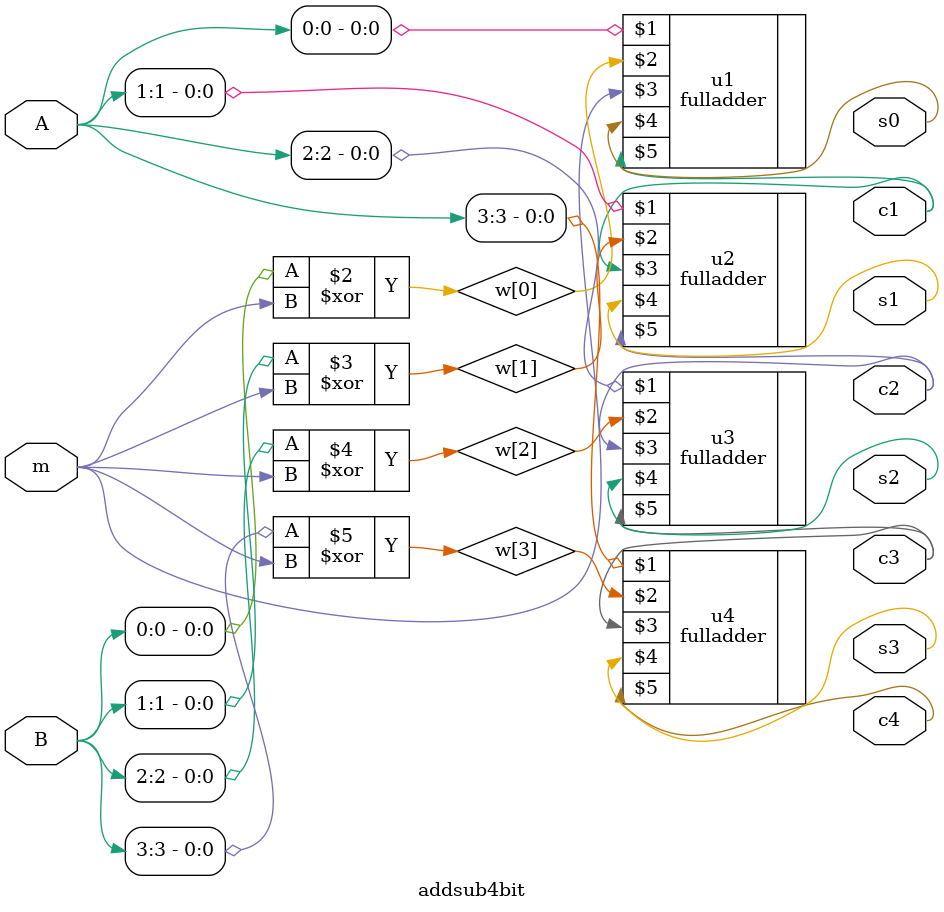
<source format=v>
module addsub4bit(A,B,m,s0,s1,s2,s3,c1,c2,c3,c4);

input [3:0] A, B;
input m;
output s0,s1,s2,s3;
output c1,c2,c3,c4;

wire w[3:0];

xor(w[0], B[0], m);
xor(w[1], B[1], m);
xor(w[2], B[2], m);
xor(w[3], B[3], m);

fulladder u1(A[0], w[0], m, s0, c1);
fulladder u2(A[1], w[1], c1, s1, c2);
fulladder u3(A[2], w[2], c2, s2, c3);
fulladder u4(A[3], w[3], c3, s3, c4);

endmodule

</source>
